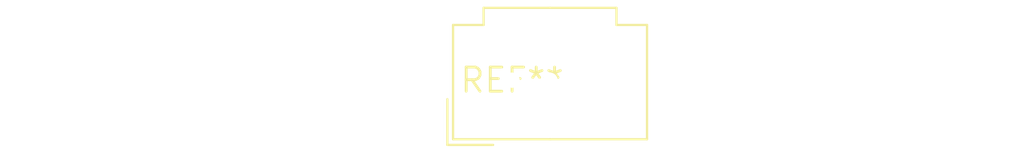
<source format=kicad_pcb>
(kicad_pcb (version 20240108) (generator pcbnew)
  (layers (0 "F.Cu" signal) (31 "B.Cu" signal) (34 "B.Paste" user) (35 "F.Paste" user) (36 "B.SilkS" user "B.Silkscreen") (37 "F.SilkS" user "F.Silkscreen") (38 "B.Mask" user) (39 "F.Mask" user) (44 "Edge.Cuts" user))
  (net 0 "")
  (footprint "Molex_MicroClasp_55932-0310_1x03_P2.00mm_Vertical" (layer "F.Cu") (at 0 0)
    (property "Reference" "REF**")
    (property "Value" "Molex_MicroClasp_55932-0310_1x03_P2.00mm_Vertical")
    (fp_line (start -3.41 1) (end -3.41 3.41) (layer "F.SilkS") (stroke (width 0.12)))
    (fp_line (start -3.41 3.41) (end -1 3.41) (layer "F.SilkS") (stroke (width 0.12)))
    (fp_line (start -3.11 -2.91) (end -3.11 3.11) (layer "F.SilkS") (stroke (width 0.12)))
    (fp_line (start -3.11 3.11) (end 2 3.11) (layer "F.SilkS") (stroke (width 0.12)))
    (fp_line (start -1.5 -3.81) (end -1.5 -2.91) (layer "F.SilkS") (stroke (width 0.12)))
    (fp_line (start -1.5 -2.91) (end -3.11 -2.91) (layer "F.SilkS") (stroke (width 0.12)))
    (fp_line (start 2 -3.81) (end -1.5 -3.81) (layer "F.SilkS") (stroke (width 0.12)))
    (fp_line (start 2 -3.81) (end 5.5 -3.81) (layer "F.SilkS") (stroke (width 0.12)))
    (fp_line (start 5.5 -3.81) (end 5.5 -2.91) (layer "F.SilkS") (stroke (width 0.12)))
    (fp_line (start 5.5 -2.91) (end 7.11 -2.91) (layer "F.SilkS") (stroke (width 0.12)))
    (fp_line (start 7.11 -2.91) (end 7.11 3.11) (layer "F.SilkS") (stroke (width 0.12)))
    (fp_line (start 7.11 3.11) (end 2 3.11) (layer "F.SilkS") (stroke (width 0.12)))
    (pad "" np_thru_hole circle (at 6 -1.9) (size 1.3 1.3) (drill 1.3) (layers *.Cu *.Mask))
    (pad "1" thru_hole roundrect (at 0 0) (size 1.2 1.8) (drill 0.8) (layers *.Cu *.Mask) (remove_unused_layers) (roundrect_rratio 0.208333))
    (pad "2" thru_hole oval (at 2 0) (size 1.2 1.8) (drill 0.8) (layers *.Cu *.Mask) (remove_unused_layers))
    (pad "3" thru_hole oval (at 4 0) (size 1.2 1.8) (drill 0.8) (layers *.Cu *.Mask) (remove_unused_layers))
  )
)
</source>
